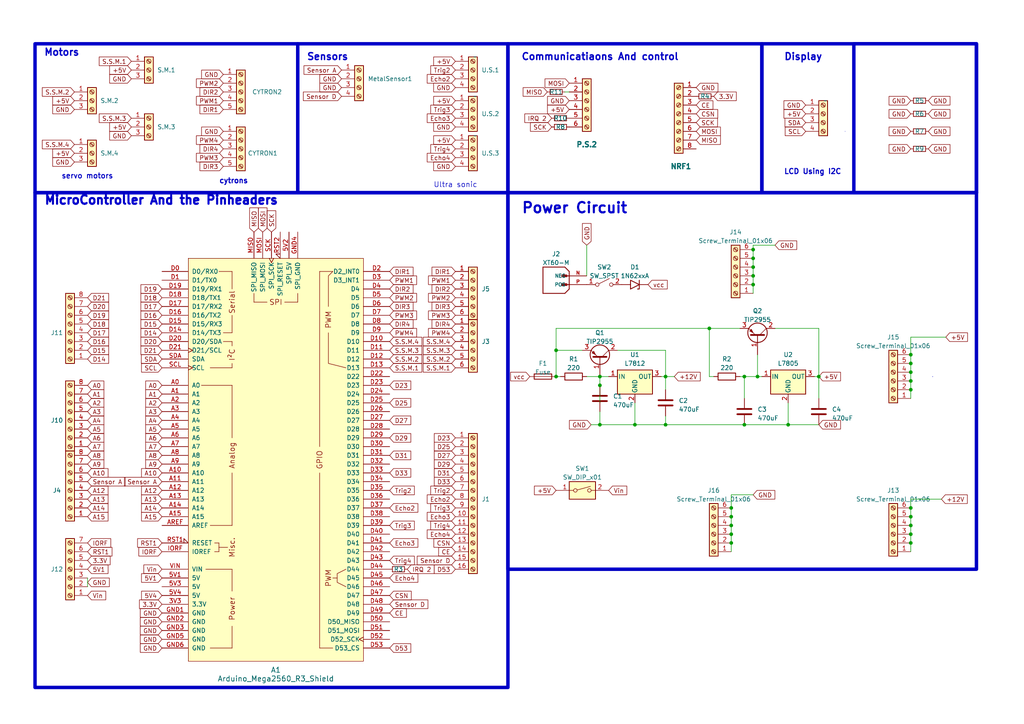
<source format=kicad_sch>
(kicad_sch (version 20230121) (generator eeschema)
  (paper "A4")
  (title_block (title "Master of Mins") (rev " ") (company "SHAWKY"))
  (junction (at 212.09 154.94))
  (junction (at 219.71 109.22))
  (junction (at 264.16 113.03))
  (junction (at 218.44 77.47))
  (junction (at 218.44 82.55))
  (junction (at 173.99 123.19))
  (junction (at 212.09 149.86))
  (junction (at 237.49 109.22))
  (junction (at 228.6 123.19))
  (junction (at 264.16 110.49))
  (junction (at 264.16 154.94))
  (junction (at 264.16 147.32))
  (junction (at 264.16 152.4))
  (junction (at 264.16 105.41))
  (junction (at 218.44 72.39))
  (junction (at 193.04 109.22))
  (junction (at 161.29 109.22))
  (junction (at 205.74 95.25))
  (junction (at 264.16 102.87))
  (junction (at 264.16 157.48))
  (junction (at 218.44 74.93))
  (junction (at 161.29 101.6))
  (junction (at 215.9 109.22))
  (junction (at 218.44 80.01))
  (junction (at 173.99 109.22))
  (junction (at 184.15 123.19))
  (junction (at 212.09 147.32))
  (junction (at 212.09 152.4))
  (junction (at 173.99 111.76))
  (junction (at 215.9 123.19))
  (junction (at 193.04 123.19))
  (junction (at 212.09 157.48))
  (junction (at 264.16 107.95))
  (junction (at 264.16 149.86))
  (wire (pts (xy 173.99 119.38) (xy 173.99 123.19)))
  (wire (pts (xy 219.71 102.87) (xy 219.71 109.22)))
  (wire (pts (xy 219.71 109.22) (xy 220.98 109.22)))
  (wire (pts (xy 184.15 116.84) (xy 184.15 123.19)))
  (wire (pts (xy 173.99 111.76) (xy 173.99 109.22)))
  (wire (pts (xy 193.04 120.65) (xy 193.04 123.19)))
  (wire (pts (xy 212.09 152.4) (xy 212.09 154.94)))
  (wire (pts (xy 236.22 109.22) (xy 237.49 109.22)))
  (wire (pts (xy 212.09 154.94) (xy 212.09 157.48)))
  (wire (pts (xy 264.16 97.79) (xy 264.16 102.87)))
  (wire (pts (xy 171.45 123.19) (xy 173.99 123.19)))
  (wire (pts (xy 264.16 113.03) (xy 264.16 115.57)))
  (wire (pts (xy 264.16 144.78) (xy 273.05 144.78)))
  (wire (pts (xy 264.16 107.95) (xy 264.16 110.49)))
  (wire (pts (xy 212.09 143.51) (xy 212.09 147.32)))
  (wire (pts (xy 224.79 71.12) (xy 218.44 71.12)))
  (wire (pts (xy 179.07 101.6) (xy 193.04 101.6)))
  (wire (pts (xy 264.16 154.94) (xy 264.16 157.48)))
  (wire (pts (xy 264.16 152.4) (xy 264.16 154.94)))
  (wire (pts (xy 173.99 123.19) (xy 184.15 123.19)))
  (wire (pts (xy 173.99 109.22) (xy 176.53 109.22)))
  (wire (pts (xy 193.04 123.19) (xy 215.9 123.19)))
  (wire (pts (xy 264.16 147.32) (xy 264.16 149.86)))
  (wire (pts (xy 214.63 109.22) (xy 215.9 109.22)))
  (wire (pts (xy 264.16 105.41) (xy 264.16 107.95)))
  (wire (pts (xy 195.58 109.22) (xy 193.04 109.22)))
  (wire (pts (xy 205.74 95.25) (xy 214.63 95.25)))
  (wire (pts (xy 193.04 109.22) (xy 193.04 113.03)))
  (wire (pts (xy 264.16 110.49) (xy 264.16 113.03)))
  (wire (pts (xy 184.15 123.19) (xy 193.04 123.19)))
  (wire (pts (xy 224.79 95.25) (xy 237.49 95.25)))
  (wire (pts (xy 163.83 26.67) (xy 165.1 26.67)))
  (wire (pts (xy 205.74 109.22) (xy 207.01 109.22)))
  (wire (pts (xy 218.44 143.51) (xy 212.09 143.51)))
  (wire (pts (xy 170.18 109.22) (xy 173.99 109.22)))
  (wire (pts (xy 215.9 109.22) (xy 219.71 109.22)))
  (wire (pts (xy 212.09 147.32) (xy 212.09 149.86)))
  (wire (pts (xy 161.29 95.25) (xy 161.29 101.6)))
  (wire (pts (xy 161.29 101.6) (xy 168.91 101.6)))
  (wire (pts (xy 212.09 157.48) (xy 212.09 160.02)))
  (wire (pts (xy 228.6 123.19) (xy 237.49 123.19)))
  (wire (pts (xy 173.99 116.84) (xy 173.99 111.76)))
  (wire (pts (xy 161.29 109.22) (xy 161.29 101.6)))
  (wire (pts (xy 191.77 109.22) (xy 193.04 109.22)))
  (wire (pts (xy 218.44 82.55) (xy 218.44 85.09)))
  (wire (pts (xy 237.49 95.25) (xy 237.49 109.22)))
  (wire (pts (xy 193.04 101.6) (xy 193.04 109.22)))
  (wire (pts (xy 161.29 109.22) (xy 162.56 109.22)))
  (wire (pts (xy 215.9 123.19) (xy 228.6 123.19)))
  (wire (pts (xy 264.16 157.48) (xy 264.16 160.02)))
  (wire (pts (xy 218.44 80.01) (xy 218.44 82.55)))
  (wire (pts (xy 237.49 109.22) (xy 237.49 115.57)))
  (wire (pts (xy 218.44 71.12) (xy 218.44 72.39)))
  (wire (pts (xy 212.09 149.86) (xy 212.09 152.4)))
  (wire (pts (xy 218.44 77.47) (xy 218.44 80.01)))
  (wire (pts (xy 218.44 74.93) (xy 218.44 77.47)))
  (wire (pts (xy 264.16 144.78) (xy 264.16 147.32)))
  (wire (pts (xy 228.6 116.84) (xy 228.6 123.19)))
  (wire (pts (xy 25.4 170.18) (xy 25.4 167.64)))
  (wire (pts (xy 264.16 102.87) (xy 264.16 105.41)))
  (wire (pts (xy 264.16 97.79) (xy 274.32 97.79)))
  (wire (pts (xy 218.44 72.39) (xy 218.44 74.93)))
  (wire (pts (xy 170.18 71.12) (xy 170.18 80.01)))
  (wire (pts (xy 264.16 149.86) (xy 264.16 152.4)))
  (wire (pts (xy 205.74 95.25) (xy 161.29 95.25)))
  (wire (pts (xy 215.9 109.22) (xy 215.9 115.57)))
  (wire (pts (xy 205.74 95.25) (xy 205.74 109.22)))
  (rectangle (start 270.51 109.22) (end 270.51 109.22))
  (rectangle (start 247.65 12.7) (end 283.21 55.88) (stroke (width 1)))
  (rectangle (start 10.16 55.88) (end 147.32 199.39) (stroke (width 1)))
  (rectangle (start 147.32 55.88) (end 283.21 165.1) (stroke (width 1)))
  (rectangle (start 86.36 12.7) (end 147.32 55.88) (stroke (width 1)))
  (rectangle (start 220.98 12.7) (end 283.21 55.88) (stroke (width 1)))
  (rectangle (start 245.11 38.1) (end 245.11 38.1))
  (rectangle (start 270.51 109.22) (end 270.51 109.22))
  (rectangle (start 10.16 12.7) (end 86.36 55.88) (stroke (width 1)))
  (rectangle (start 147.32 12.7) (end 220.98 55.88) (stroke (width 1)))
  (text "cytrons\n\n" (at 63.5 55.88 0) (effects (font (size 1.5 1.5) (thickness 0.3) bold) (justify left bottom)))
  (text "MicroController And the Pinheaders\n" (at 12.7 59.69 0) (effects (font (size 2.5 2.5) (thickness 0.6) bold) (justify left bottom)))
  (text "Motors\n" (at 12.7 16.51 0) (effects (font (size 2 2) (thickness 0.4) bold) (justify left bottom)))
  (text "LCD Using I2C\n" (at 227.33 50.8 0) (effects (font (size 1.5 1.5) (thickness 0.3) bold) (justify left bottom)))
  (text "Sensors" (at 88.9 17.78 0) (effects (font (size 2 2) bold) (justify left bottom)))
  (text "Communicatiaons And control" (at 151.13 17.78 0) (effects (font (size 2 2) bold) (justify left bottom)))
  (text "Ultra sonic\n" (at 125.73 54.61 0) (effects (font (size 1.5 1.5)) (justify left bottom)))
  (text "Display" (at 227.33 17.78 0) (effects (font (size 2 2) bold) (justify left bottom)))
  (text "servo motors" (at 17.78 52.07 0) (effects (font (size 1.5 1.5) (thickness 0.254) bold) (justify left bottom)))
  (text "Power Circuit" (at 151.13 62.23 0) (effects (font (size 3 3) bold) (justify left bottom)))
  (global_label "GND" (shape input) (at 25.4 168.91 0) (property "Intersheetrefs" "${INTERSHEET_REFS}" (effects hide)))
  (global_label "DIR4" (shape input) (at 113.03 93.98 0) (property "Intersheetrefs" "${INTERSHEET_REFS}" (effects hide)))
  (global_label "+5V" (shape input) (at 233.68 33.02 180) (property "Intersheetrefs" "${INTERSHEET_REFS}" (effects hide)))
  (global_label "A9" (shape input) (at 46.99 134.62 180) (property "Intersheetrefs" "${INTERSHEET_REFS}" (effects hide)))
  (global_label "GND" (shape input) (at 269.24 29.21 0) (property "Intersheetrefs" "${INTERSHEET_REFS}" (effects hide)))
  (global_label "PWM3" (shape input) (at 132.08 91.44 180) (property "Intersheetrefs" "${INTERSHEET_REFS}" (effects hide)))
  (global_label "DIR2" (shape input) (at 113.03 83.82 0) (property "Intersheetrefs" "${INTERSHEET_REFS}" (effects hide)))
  (global_label "3.3V" (shape input) (at 25.4 162.56 0) (property "Intersheetrefs" "${INTERSHEET_REFS}" (effects hide)))
  (global_label "A4" (shape input) (at 25.4 121.92 0) (property "Intersheetrefs" "${INTERSHEET_REFS}" (effects hide)))
  (global_label "Vin" (shape input) (at 176.53 142.24 0) (property "Intersheetrefs" "${INTERSHEET_REFS}" (effects hide)))
  (global_label "D33" (shape input) (at 132.08 139.7 180) (property "Intersheetrefs" "${INTERSHEET_REFS}" (effects hide)))
  (global_label "GND" (shape input) (at 201.93 25.4 0) (property "Intersheetrefs" "${INTERSHEET_REFS}" (effects hide)))
  (global_label "D53" (shape input) (at 132.08 165.1 180) (property "Intersheetrefs" "${INTERSHEET_REFS}" (effects hide)))
  (global_label "GND" (shape input) (at 264.16 29.21 180) (property "Intersheetrefs" "${INTERSHEET_REFS}" (effects hide)))
  (global_label "Echo3" (shape input) (at 132.08 34.29 180) (property "Intersheetrefs" "${INTERSHEET_REFS}" (effects hide)))
  (global_label "+12V" (shape input) (at 195.58 109.22 0) (property "Intersheetrefs" "${INTERSHEET_REFS}" (effects hide)))
  (global_label "Trig4" (shape input) (at 113.03 162.56 0) (property "Intersheetrefs" "${INTERSHEET_REFS}" (effects hide)))
  (global_label "+5V" (shape input) (at 21.59 29.21 180) (property "Intersheetrefs" "${INTERSHEET_REFS}" (effects hide)))
  (global_label "A15" (shape input) (at 46.99 149.86 180) (property "Intersheetrefs" "${INTERSHEET_REFS}" (effects hide)))
  (global_label "IRQ 2" (shape input) (at 160.02 34.29 180) (property "Intersheetrefs" "${INTERSHEET_REFS}" (effects hide)))
  (global_label "DIR2" (shape input) (at 64.77 26.67 180) (property "Intersheetrefs" "${INTERSHEET_REFS}" (effects hide)))
  (global_label "S.S.M.4" (shape input) (at 21.59 41.91 180) (property "Intersheetrefs" "${INTERSHEET_REFS}" (effects hide)))
  (global_label "Echo3" (shape input) (at 113.03 157.48 0) (property "Intersheetrefs" "${INTERSHEET_REFS}" (effects hide)))
  (global_label "S.S.M.4" (shape input) (at 132.08 99.06 180) (property "Intersheetrefs" "${INTERSHEET_REFS}" (effects hide)))
  (global_label "S.S.M.2" (shape input) (at 113.03 104.14 0) (property "Intersheetrefs" "${INTERSHEET_REFS}" (effects hide)))
  (global_label "A6" (shape input) (at 46.99 127 180) (property "Intersheetrefs" "${INTERSHEET_REFS}" (effects hide)))
  (global_label "PWM1" (shape input) (at 113.03 81.28 0) (property "Intersheetrefs" "${INTERSHEET_REFS}" (effects hide)))
  (global_label "GND" (shape input) (at 170.18 71.12 90) (property "Intersheetrefs" "${INTERSHEET_REFS}" (effects hide)))
  (global_label "GND" (shape input) (at 46.99 177.8 180) (property "Intersheetrefs" "${INTERSHEET_REFS}" (effects hide)))
  (global_label "Echo3" (shape input) (at 132.08 149.86 180) (property "Intersheetrefs" "${INTERSHEET_REFS}" (effects hide)))
  (global_label "CSN" (shape input) (at 132.08 157.48 180) (property "Intersheetrefs" "${INTERSHEET_REFS}" (effects hide)))
  (global_label "GND" (shape input) (at 38.1 39.37 180) (property "Intersheetrefs" "${INTERSHEET_REFS}" (effects hide)))
  (global_label "Sensor A" (shape input) (at 46.99 139.7 180) (property "Intersheetrefs" "${INTERSHEET_REFS}" (effects hide)))
  (global_label "D23" (shape input) (at 113.03 111.76 0) (property "Intersheetrefs" "${INTERSHEET_REFS}" (effects hide)))
  (global_label "S.S.M.2" (shape input) (at 21.59 26.67 180) (property "Intersheetrefs" "${INTERSHEET_REFS}" (effects hide)))
  (global_label "Trig3" (shape input) (at 113.03 152.4 0) (property "Intersheetrefs" "${INTERSHEET_REFS}" (effects hide)))
  (global_label "A1" (shape input) (at 25.4 114.3 0) (property "Intersheetrefs" "${INTERSHEET_REFS}" (effects hide)))
  (global_label "Trig3" (shape input) (at 132.08 31.75 180) (property "Intersheetrefs" "${INTERSHEET_REFS}" (effects hide)))
  (global_label "DIR1" (shape input) (at 132.08 78.74 180) (property "Intersheetrefs" "${INTERSHEET_REFS}" (effects hide)))
  (global_label "D14" (shape input) (at 46.99 96.52 180) (property "Intersheetrefs" "${INTERSHEET_REFS}" (effects hide)))
  (global_label "MOSI" (shape input) (at 76.2 67.31 90) (property "Intersheetrefs" "${INTERSHEET_REFS}" (effects hide)))
  (global_label "Echo4" (shape input) (at 132.08 45.72 180) (property "Intersheetrefs" "${INTERSHEET_REFS}" (effects hide)))
  (global_label "GND" (shape input) (at 224.79 71.12 0) (property "Intersheetrefs" "${INTERSHEET_REFS}" (effects hide)))
  (global_label "Echo2" (shape input) (at 113.03 147.32 0) (property "Intersheetrefs" "${INTERSHEET_REFS}" (effects hide)))
  (global_label "GND" (shape input) (at 171.45 123.19 180) (property "Intersheetrefs" "${INTERSHEET_REFS}" (effects hide)))
  (global_label "GND" (shape input) (at 237.49 123.19 0) (property "Intersheetrefs" "${INTERSHEET_REFS}" (effects hide)))
  (global_label "PWM2" (shape input) (at 64.77 24.13 180) (property "Intersheetrefs" "${INTERSHEET_REFS}" (effects hide)))
  (global_label "CE" (shape input) (at 132.08 160.02 180) (property "Intersheetrefs" "${INTERSHEET_REFS}" (effects hide)))
  (global_label "D16" (shape input) (at 25.4 99.06 0) (property "Intersheetrefs" "${INTERSHEET_REFS}" (effects hide)))
  (global_label "GND" (shape input) (at 218.44 143.51 0) (property "Intersheetrefs" "${INTERSHEET_REFS}" (effects hide)))
  (global_label "D29" (shape input) (at 132.08 134.62 180) (property "Intersheetrefs" "${INTERSHEET_REFS}" (effects hide)))
  (global_label "GND" (shape input) (at 46.99 185.42 180) (property "Intersheetrefs" "${INTERSHEET_REFS}" (effects hide)))
  (global_label "A0" (shape input) (at 25.4 111.76 0) (property "Intersheetrefs" "${INTERSHEET_REFS}" (effects hide)))
  (global_label "D14" (shape input) (at 25.4 104.14 0) (property "Intersheetrefs" "${INTERSHEET_REFS}" (effects hide)))
  (global_label "vcc" (shape input) (at 153.67 109.22 180) (property "Intersheetrefs" "${INTERSHEET_REFS}" (effects hide)))
  (global_label "A12" (shape input) (at 25.4 142.24 0) (property "Intersheetrefs" "${INTERSHEET_REFS}" (effects hide)))
  (global_label "GND" (shape input) (at 46.99 180.34 180) (property "Intersheetrefs" "${INTERSHEET_REFS}" (effects hide)))
  (global_label "SCK" (shape input) (at 78.74 67.31 90) (property "Intersheetrefs" "${INTERSHEET_REFS}" (effects hide)))
  (global_label "CE" (shape input) (at 113.03 177.8 0) (property "Intersheetrefs" "${INTERSHEET_REFS}" (effects hide)))
  (global_label "PWM2" (shape input) (at 113.03 86.36 0) (property "Intersheetrefs" "${INTERSHEET_REFS}" (effects hide)))
  (global_label "PWM1" (shape input) (at 132.08 81.28 180) (property "Intersheetrefs" "${INTERSHEET_REFS}" (effects hide)))
  (global_label "Echo4" (shape input) (at 132.08 154.94 180) (property "Intersheetrefs" "${INTERSHEET_REFS}" (effects hide)))
  (global_label "MISO" (shape input) (at 158.75 26.67 180) (property "Intersheetrefs" "${INTERSHEET_REFS}" (effects hide)))
  (global_label "CSN" (shape input) (at 113.03 172.72 0) (property "Intersheetrefs" "${INTERSHEET_REFS}" (effects hide)))
  (global_label "GND" (shape input) (at 99.06 22.86 180) (property "Intersheetrefs" "${INTERSHEET_REFS}" (effects hide)))
  (global_label "MOSI" (shape input) (at 201.93 38.1 0) (property "Intersheetrefs" "${INTERSHEET_REFS}" (effects hide)))
  (global_label "A8" (shape input) (at 25.4 132.08 0) (property "Intersheetrefs" "${INTERSHEET_REFS}" (effects hide)))
  (global_label "D19" (shape input) (at 25.4 91.44 0) (property "Intersheetrefs" "${INTERSHEET_REFS}" (effects hide)))
  (global_label "D18" (shape input) (at 25.4 93.98 0) (property "Intersheetrefs" "${INTERSHEET_REFS}" (effects hide)))
  (global_label "DIR1" (shape input) (at 113.03 78.74 0) (property "Intersheetrefs" "${INTERSHEET_REFS}" (effects hide)))
  (global_label "GND" (shape input) (at 46.99 182.88 180) (property "Intersheetrefs" "${INTERSHEET_REFS}" (effects hide)))
  (global_label "A5" (shape input) (at 25.4 124.46 0) (property "Intersheetrefs" "${INTERSHEET_REFS}" (effects hide)))
  (global_label "Echo2" (shape input) (at 132.08 22.86 180) (property "Intersheetrefs" "${INTERSHEET_REFS}" (effects hide)))
  (global_label "Echo4" (shape input) (at 113.03 167.64 0) (property "Intersheetrefs" "${INTERSHEET_REFS}" (effects hide)))
  (global_label "PWM3" (shape input) (at 64.77 45.72 180) (property "Intersheetrefs" "${INTERSHEET_REFS}" (effects hide)))
  (global_label "IORF" (shape input) (at 46.99 160.02 180) (property "Intersheetrefs" "${INTERSHEET_REFS}" (effects hide)))
  (global_label "PWM4" (shape input) (at 64.77 40.64 180) (property "Intersheetrefs" "${INTERSHEET_REFS}" (effects hide)))
  (global_label "D53" (shape input) (at 113.03 187.96 0) (property "Intersheetrefs" "${INTERSHEET_REFS}" (effects hide)))
  (global_label "D20" (shape input) (at 25.4 88.9 0) (property "Intersheetrefs" "${INTERSHEET_REFS}" (effects hide)))
  (global_label "SDA" (shape input) (at 233.68 35.56 180) (property "Intersheetrefs" "${INTERSHEET_REFS}" (effects hide)))
  (global_label "S.S.M.1" (shape input) (at 113.03 106.68 0) (property "Intersheetrefs" "${INTERSHEET_REFS}" (effects hide)))
  (global_label "A13" (shape input) (at 46.99 144.78 180) (property "Intersheetrefs" "${INTERSHEET_REFS}" (effects hide)))
  (global_label "A3" (shape input) (at 46.99 119.38 180) (property "Intersheetrefs" "${INTERSHEET_REFS}" (effects hide)))
  (global_label "PWM1" (shape input) (at 64.77 29.21 180) (property "Intersheetrefs" "${INTERSHEET_REFS}" (effects hide)))
  (global_label "GND" (shape input) (at 46.99 187.96 180) (property "Intersheetrefs" "${INTERSHEET_REFS}" (effects hide)))
  (global_label "D15" (shape input) (at 46.99 93.98 180) (property "Intersheetrefs" "${INTERSHEET_REFS}" (effects hide)))
  (global_label "vcc" (shape input) (at 187.96 82.55 0) (property "Intersheetrefs" "${INTERSHEET_REFS}" (effects hide)))
  (global_label "GND" (shape input) (at 21.59 31.75 180) (property "Intersheetrefs" "${INTERSHEET_REFS}" (effects hide)))
  (global_label "DIR3" (shape input) (at 132.08 88.9 180) (property "Intersheetrefs" "${INTERSHEET_REFS}" (effects hide)))
  (global_label "A10" (shape input) (at 46.99 137.16 180) (property "Intersheetrefs" "${INTERSHEET_REFS}" (effects hide)))
  (global_label "A6" (shape input) (at 25.4 127 0) (property "Intersheetrefs" "${INTERSHEET_REFS}" (effects hide)))
  (global_label "SCL" (shape input) (at 46.99 106.68 180) (property "Intersheetrefs" "${INTERSHEET_REFS}" (effects hide)))
  (global_label "+5V" (shape input) (at 165.1 31.75 180) (property "Intersheetrefs" "${INTERSHEET_REFS}" (effects hide)))
  (global_label "+5V" (shape input) (at 21.59 44.45 180) (property "Intersheetrefs" "${INTERSHEET_REFS}" (effects hide)))
  (global_label "+5V" (shape input) (at 161.29 142.24 180) (property "Intersheetrefs" "${INTERSHEET_REFS}" (effects hide)))
  (global_label "GND" (shape input) (at 132.08 48.26 180) (property "Intersheetrefs" "${INTERSHEET_REFS}" (effects hide)))
  (global_label "3.3V" (shape input) (at 207.01 27.94 0) (property "Intersheetrefs" "${INTERSHEET_REFS}" (effects hide)))
  (global_label "RST1" (shape input) (at 46.99 157.48 180) (property "Intersheetrefs" "${INTERSHEET_REFS}" (effects hide)))
  (global_label "GND" (shape input) (at 132.08 25.4 180) (property "Intersheetrefs" "${INTERSHEET_REFS}" (effects hide)))
  (global_label "Sensor A" (shape input) (at 99.06 20.32 180) (property "Intersheetrefs" "${INTERSHEET_REFS}" (effects hide)))
  (global_label "A14" (shape input) (at 46.99 147.32 180) (property "Intersheetrefs" "${INTERSHEET_REFS}" (effects hide)))
  (global_label "GND" (shape input) (at 233.68 30.48 180) (property "Intersheetrefs" "${INTERSHEET_REFS}" (effects hide)))
  (global_label "MISO" (shape input) (at 73.66 67.31 90) (property "Intersheetrefs" "${INTERSHEET_REFS}" (effects hide)))
  (global_label "D17" (shape input) (at 25.4 96.52 0) (property "Intersheetrefs" "${INTERSHEET_REFS}" (effects hide)))
  (global_label "GND" (shape input) (at 269.24 43.18 0) (property "Intersheetrefs" "${INTERSHEET_REFS}" (effects hide)))
  (global_label "GND" (shape input) (at 264.16 38.1 180) (property "Intersheetrefs" "${INTERSHEET_REFS}" (effects hide)))
  (global_label "D27" (shape input) (at 113.03 121.92 0) (property "Intersheetrefs" "${INTERSHEET_REFS}" (effects hide)))
  (global_label "A7" (shape input) (at 46.99 129.54 180) (property "Intersheetrefs" "${INTERSHEET_REFS}" (effects hide)))
  (global_label "S.S.M.1" (shape input) (at 132.08 106.68 180) (property "Intersheetrefs" "${INTERSHEET_REFS}" (effects hide)))
  (global_label "DIR2" (shape input) (at 132.08 83.82 180) (property "Intersheetrefs" "${INTERSHEET_REFS}" (effects hide)))
  (global_label "Sensor A" (shape input) (at 25.4 139.7 0) (property "Intersheetrefs" "${INTERSHEET_REFS}" (effects hide)))
  (global_label "DIR3" (shape input) (at 113.03 88.9 0) (property "Intersheetrefs" "${INTERSHEET_REFS}" (effects hide)))
  (global_label "GND" (shape input) (at 64.77 21.59 180) (property "Intersheetrefs" "${INTERSHEET_REFS}" (effects hide)))
  (global_label "Trig4" (shape input) (at 132.08 152.4 180) (property "Intersheetrefs" "${INTERSHEET_REFS}" (effects hide)))
  (global_label "S.S.M.4" (shape input) (at 113.03 99.06 0) (property "Intersheetrefs" "${INTERSHEET_REFS}" (effects hide)))
  (global_label "SCL" (shape input) (at 233.68 38.1 180) (property "Intersheetrefs" "${INTERSHEET_REFS}" (effects hide)))
  (global_label "A0" (shape input) (at 46.99 111.76 180) (property "Intersheetrefs" "${INTERSHEET_REFS}" (effects hide)))
  (global_label "Sensor D" (shape input) (at 113.03 175.26 0) (property "Intersheetrefs" "${INTERSHEET_REFS}" (effects hide)))
  (global_label "5V1" (shape input) (at 25.4 165.1 0) (property "Intersheetrefs" "${INTERSHEET_REFS}" (effects hide)))
  (global_label "5V4" (shape input) (at 46.99 172.72 180) (property "Intersheetrefs" "${INTERSHEET_REFS}" (effects hide)))
  (global_label "+5V" (shape input) (at 237.49 109.22 0) (property "Intersheetrefs" "${INTERSHEET_REFS}" (effects hide)))
  (global_label "D29" (shape input) (at 113.03 127 0) (property "Intersheetrefs" "${INTERSHEET_REFS}" (effects hide)))
  (global_label "IORF" (shape input) (at 25.4 157.48 0) (property "Intersheetrefs" "${INTERSHEET_REFS}" (effects hide)))
  (global_label "D18" (shape input) (at 46.99 86.36 180) (property "Intersheetrefs" "${INTERSHEET_REFS}" (effects hide)))
  (global_label "A1" (shape input) (at 46.99 114.3 180) (property "Intersheetrefs" "${INTERSHEET_REFS}" (effects hide)))
  (global_label "CE" (shape input) (at 201.93 30.48 0) (property "Intersheetrefs" "${INTERSHEET_REFS}" (effects hide)))
  (global_label "D16" (shape input) (at 46.99 91.44 180) (property "Intersheetrefs" "${INTERSHEET_REFS}" (effects hide)))
  (global_label "A12" (shape input) (at 46.99 142.24 180) (property "Intersheetrefs" "${INTERSHEET_REFS}" (effects hide)))
  (global_label "GND" (shape input) (at 99.06 25.4 180) (property "Intersheetrefs" "${INTERSHEET_REFS}" (effects hide)))
  (global_label "A13" (shape input) (at 25.4 144.78 0) (property "Intersheetrefs" "${INTERSHEET_REFS}" (effects hide)))
  (global_label "DIR3" (shape input) (at 64.77 48.26 180) (property "Intersheetrefs" "${INTERSHEET_REFS}" (effects hide)))
  (global_label "A7" (shape input) (at 25.4 129.54 0) (property "Intersheetrefs" "${INTERSHEET_REFS}" (effects hide)))
  (global_label "Sensor D" (shape input) (at 132.08 162.56 180) (property "Intersheetrefs" "${INTERSHEET_REFS}" (effects hide)))
  (global_label "PWM2" (shape input) (at 132.08 86.36 180) (property "Intersheetrefs" "${INTERSHEET_REFS}" (effects hide)))
  (global_label "Vin" (shape input) (at 46.99 165.1 180) (property "Intersheetrefs" "${INTERSHEET_REFS}" (effects hide)))
  (global_label "SCK" (shape input) (at 160.02 36.83 180) (property "Intersheetrefs" "${INTERSHEET_REFS}" (effects hide)))
  (global_label "A8" (shape input) (at 46.99 132.08 180) (property "Intersheetrefs" "${INTERSHEET_REFS}" (effects hide)))
  (global_label "A15" (shape input) (at 25.4 149.86 0) (property "Intersheetrefs" "${INTERSHEET_REFS}" (effects hide)))
  (global_label "GND" (shape input) (at 264.16 33.02 180) (property "Intersheetrefs" "${INTERSHEET_REFS}" (effects hide)))
  (global_label "A2" (shape input) (at 46.99 116.84 180) (property "Intersheetrefs" "${INTERSHEET_REFS}" (effects hide)))
  (global_label "GND" (shape input) (at 269.24 38.1 0) (property "Intersheetrefs" "${INTERSHEET_REFS}" (effects hide)))
  (global_label "RST1" (shape input) (at 25.4 160.02 0) (property "Intersheetrefs" "${INTERSHEET_REFS}" (effects hide)))
  (global_label "S.S.M.1" (shape input) (at 38.1 17.78 180) (property "Intersheetrefs" "${INTERSHEET_REFS}" (effects hide)))
  (global_label "D31" (shape input) (at 132.08 137.16 180) (property "Intersheetrefs" "${INTERSHEET_REFS}" (effects hide)))
  (global_label "GND" (shape input) (at 165.1 29.21 180) (property "Intersheetrefs" "${INTERSHEET_REFS}" (effects hide)))
  (global_label "Trig2" (shape input) (at 132.08 142.24 180) (property "Intersheetrefs" "${INTERSHEET_REFS}" (effects hide)))
  (global_label "A9" (shape input) (at 25.4 134.62 0) (property "Intersheetrefs" "${INTERSHEET_REFS}" (effects hide)))
  (global_label "SDA" (shape input) (at 46.99 104.14 180) (property "Intersheetrefs" "${INTERSHEET_REFS}" (effects hide)))
  (global_label "DIR4" (shape input) (at 64.77 43.18 180) (property "Intersheetrefs" "${INTERSHEET_REFS}" (effects hide)))
  (global_label "D17" (shape input) (at 46.99 88.9 180) (property "Intersheetrefs" "${INTERSHEET_REFS}" (effects hide)))
  (global_label "D19" (shape input) (at 46.99 83.82 180) (property "Intersheetrefs" "${INTERSHEET_REFS}" (effects hide)))
  (global_label "A3" (shape input) (at 25.4 119.38 0) (property "Intersheetrefs" "${INTERSHEET_REFS}" (effects hide)))
  (global_label "D23" (shape input) (at 132.08 127 180) (property "Intersheetrefs" "${INTERSHEET_REFS}" (effects hide)))
  (global_label "Echo2" (shape input) (at 132.08 144.78 180) (property "Intersheetrefs" "${INTERSHEET_REFS}" (effects hide)))
  (global_label "GND" (shape input) (at 64.77 38.1 180) (property "Intersheetrefs" "${INTERSHEET_REFS}" (effects hide)))
  (global_label "3.3V" (shape input) (at 46.99 175.26 180) (property "Intersheetrefs" "${INTERSHEET_REFS}" (effects hide)))
  (global_label "+5V" (shape input) (at 274.32 97.79 0) (property "Intersheetrefs" "${INTERSHEET_REFS}" (effects hide)))
  (global_label "A10" (shape input) (at 25.4 137.16 0) (property "Intersheetrefs" "${INTERSHEET_REFS}" (effects hide)))
  (global_label "GND" (shape input) (at 132.08 36.83 180) (property "Intersheetrefs" "${INTERSHEET_REFS}" (effects hide)))
  (global_label "GND" (shape input) (at 269.24 33.02 0) (property "Intersheetrefs" "${INTERSHEET_REFS}" (effects hide)))
  (global_label "5V1" (shape input) (at 46.99 167.64 180) (property "Intersheetrefs" "${INTERSHEET_REFS}" (effects hide)))
  (global_label "D21" (shape input) (at 46.99 101.6 180) (property "Intersheetrefs" "${INTERSHEET_REFS}" (effects hide)))
  (global_label "Sensor D" (shape input) (at 99.06 27.94 180) (property "Intersheetrefs" "${INTERSHEET_REFS}" (effects hide)))
  (global_label "D31" (shape input) (at 113.03 132.08 0) (property "Intersheetrefs" "${INTERSHEET_REFS}" (effects hide)))
  (global_label "GND" (shape input) (at 264.16 43.18 180) (property "Intersheetrefs" "${INTERSHEET_REFS}" (effects hide)))
  (global_label "CSN" (shape input) (at 201.93 33.02 0) (property "Intersheetrefs" "${INTERSHEET_REFS}" (effects hide)))
  (global_label "+5V" (shape input) (at 38.1 36.83 180) (property "Intersheetrefs" "${INTERSHEET_REFS}" (effects hide)))
  (global_label "S.S.M.2" (shape input) (at 132.08 104.14 180) (property "Intersheetrefs" "${INTERSHEET_REFS}" (effects hide)))
  (global_label "S.S.M.3" (shape input) (at 132.08 101.6 180) (property "Intersheetrefs" "${INTERSHEET_REFS}" (effects hide)))
  (global_label "MISO" (shape input) (at 201.93 40.64 0) (property "Intersheetrefs" "${INTERSHEET_REFS}" (effects hide)))
  (global_label "A2" (shape input) (at 25.4 116.84 0) (property "Intersheetrefs" "${INTERSHEET_REFS}" (effects hide)))
  (global_label "PWM4" (shape input) (at 132.08 96.52 180) (property "Intersheetrefs" "${INTERSHEET_REFS}" (effects hide)))
  (global_label "D27" (shape input) (at 132.08 132.08 180) (property "Intersheetrefs" "${INTERSHEET_REFS}" (effects hide)))
  (global_label "D25" (shape input) (at 113.03 116.84 0) (property "Intersheetrefs" "${INTERSHEET_REFS}" (effects hide)))
  (global_label "+5V" (shape input) (at 132.08 29.21 180) (property "Intersheetrefs" "${INTERSHEET_REFS}" (effects hide)))
  (global_label "A14" (shape input) (at 25.4 147.32 0) (property "Intersheetrefs" "${INTERSHEET_REFS}" (effects hide)))
  (global_label "Trig3" (shape input) (at 132.08 147.32 180) (property "Intersheetrefs" "${INTERSHEET_REFS}" (effects hide)))
  (global_label "Trig2" (shape input) (at 113.03 142.24 0) (property "Intersheetrefs" "${INTERSHEET_REFS}" (effects hide)))
  (global_label "IRQ 2" (shape input) (at 118.11 165.1 0) (property "Intersheetrefs" "${INTERSHEET_REFS}" (effects hide)))
  (global_label "GND" (shape input) (at 21.59 46.99 180) (property "Intersheetrefs" "${INTERSHEET_REFS}" (effects hide)))
  (global_label "+5V" (shape input) (at 132.08 40.64 180) (property "Intersheetrefs" "${INTERSHEET_REFS}" (effects hide)))
  (global_label "Vin" (shape input) (at 25.4 172.72 0) (property "Intersheetrefs" "${INTERSHEET_REFS}" (effects hide)))
  (global_label "A4" (shape input) (at 46.99 121.92 180) (property "Intersheetrefs" "${INTERSHEET_REFS}" (effects hide)))
  (global_label "D20" (shape input) (at 46.99 99.06 180) (property "Intersheetrefs" "${INTERSHEET_REFS}" (effects hide)))
  (global_label "+5V" (shape input) (at 132.08 17.78 180) (property "Intersheetrefs" "${INTERSHEET_REFS}" (effects hide)))
  (global_label "SCK" (shape input) (at 201.93 35.56 0) (property "Intersheetrefs" "${INTERSHEET_REFS}" (effects hide)))
  (global_label "Trig4" (shape input) (at 132.08 43.18 180) (property "Intersheetrefs" "${INTERSHEET_REFS}" (effects hide)))
  (global_label "DIR4" (shape input) (at 132.08 93.98 180) (property "Intersheetrefs" "${INTERSHEET_REFS}" (effects hide)))
  (global_label "D33" (shape input) (at 113.03 137.16 0) (property "Intersheetrefs" "${INTERSHEET_REFS}" (effects hide)))
  (global_label "+5V" (shape input) (at 38.1 20.32 180) (property "Intersheetrefs" "${INTERSHEET_REFS}" (effects hide)))
  (global_label "PWM3" (shape input) (at 113.03 91.44 0) (property "Intersheetrefs" "${INTERSHEET_REFS}" (effects hide)))
  (global_label "A5" (shape input) (at 46.99 124.46 180) (property "Intersheetrefs" "${INTERSHEET_REFS}" (effects hide)))
  (global_label "Trig2" (shape input) (at 132.08 20.32 180) (property "Intersheetrefs" "${INTERSHEET_REFS}" (effects hide)))
  (global_label "D25" (shape input) (at 132.08 129.54 180) (property "Intersheetrefs" "${INTERSHEET_REFS}" (effects hide)))
  (global_label "D21" (shape input) (at 25.4 86.36 0) (property "Intersheetrefs" "${INTERSHEET_REFS}" (effects hide)))
  (global_label "S.S.M.3" (shape input) (at 38.1 34.29 180) (property "Intersheetrefs" "${INTERSHEET_REFS}" (effects hide)))
  (global_label "PWM4" (shape input) (at 113.03 96.52 0) (property "Intersheetrefs" "${INTERSHEET_REFS}" (effects hide)))
  (global_label "MOSI" (shape input) (at 165.1 24.13 180) (property "Intersheetrefs" "${INTERSHEET_REFS}" (effects hide)))
  (global_label "D15" (shape input) (at 25.4 101.6 0) (property "Intersheetrefs" "${INTERSHEET_REFS}" (effects hide)))
  (global_label "S.S.M.3" (shape input) (at 113.03 101.6 0) (property "Intersheetrefs" "${INTERSHEET_REFS}" (effects hide)))
  (global_label "DIR1" (shape input) (at 64.77 31.75 180) (property "Intersheetrefs" "${INTERSHEET_REFS}" (effects hide)))
  (global_label "+12V" (shape input) (at 273.05 144.78 0) (property "Intersheetrefs" "${INTERSHEET_REFS}" (effects hide)))
  (global_label "GND" (shape input) (at 38.1 22.86 180) (property "Intersheetrefs" "${INTERSHEET_REFS}" (effects hide)))
  (symbol (lib_id "PCM_arduino-library:Arduino_Mega2560_R3_Shield") (at 80.01 133.35 0) (unit 1)
    (property "Reference" "A1" (at 80.01 194.31 0) (effects (font (size 1.524 1.524))))
    (property "Value" "Arduino_Mega2560_R3_Shield" (at 80.01 196.85 0) (effects (font (size 1.524 1.524))))
    (property "Footprint" "PCM_arduino-library:Arduino_Mega2560_R3_Shield" (effects hide))
    (property "Datasheet" "https://docs.arduino.cc/hardware/mega-2560" (effects hide))
  )
  (symbol (lib_id "Connector:Screw_Terminal_01x04") (at 238.76 33.02 0) (unit 1)
    (property "Reference" "LCD16*2.I2C1" (effects hide))
    (property "Value" "~" (at 239.395 29.21 0))
    (property "Footprint" "Connector_PinHeader_2.54mm:PinHeader_1x04_P2.54mm_Vertical" (effects hide))
  )
  (symbol (lib_id "Connector:Screw_Terminal_01x06") (at 259.08 154.94 180) (unit 1)
    (property "Reference" "J13" (at 259.08 142.24 0))
    (property "Value" "Screw_Terminal_01x06" (at 259.08 144.78 0))
    (property "Footprint" "TerminalBlock_Altech:Altech_AK300_1x06_P5.00mm_45-Degree" (effects hide))
  )
  (symbol (lib_id "Diode:1N62xxA") (at 184.15 82.55 180) (unit 1)
    (property "Reference" "D1" (at 184.15 77.47 0))
    (property "Value" "1N62xxA" (at 184.15 80.01 0))
    (property "Footprint" "Diode_THT:D_DO-201AE_P15.24mm_Horizontal" (effects hide))
    (property "Datasheet" "https://www.vishay.com/docs/88301/15ke.pdf" (effects hide))
  )
  (symbol (lib_id "Transistor_BJT:TIP2955") (at 173.99 104.14 270) (mirror x) (unit 1)
    (property "Reference" "Q1" (at 173.99 96.52 90))
    (property "Value" "TIP2955" (at 173.99 99.06 90))
    (property "Footprint" "Package_TO_SOT_THT:TO-220-3_Vertical" (effects hide))
    (property "Datasheet" "http://www.onsemi.com/pub_link/Collateral/TIP3055-D.PDF" (effects hide))
  )
  (symbol (lib_id "Device:C") (at 215.9 119.38 0) (unit 1)
    (property "Reference" "C3" (at 219.71 118.745 0) (effects (justify left)))
    (property "Value" "470uF" (at 219.71 121.285 0) (effects (justify left)))
    (property "Footprint" "Capacitor_THT:CP_Radial_D8.0mm_P2.50mm" (effects hide))
  )
  (symbol (lib_id "Device:R") (at 166.37 109.22 90) (unit 1)
    (property "Reference" "R1" (at 166.37 104.14 90))
    (property "Value" "220" (at 166.37 106.68 90))
    (property "Footprint" "Resistor_THT:R_Axial_DIN0411_L9.9mm_D3.6mm_P15.24mm_Horizontal" (effects hide))
  )
  (symbol (lib_id "Device:R_Small") (at 266.7 38.1 90) (unit 1)
    (property "Reference" "R7" (at 266.7 38.1 90))
    (property "Value" "R_Small" (effects hide))
    (property "Footprint" "Resistor_THT:R_Axial_DIN0411_L9.9mm_D3.6mm_P15.24mm_Horizontal" (effects hide))
  )
  (symbol (lib_id "Regulator_Linear:L7812") (at 184.15 109.22 0) (unit 1)
    (property "Reference" "U1" (at 184.15 102.87 0))
    (property "Value" "L7812" (at 184.15 105.41 0))
    (property "Footprint" "Package_TO_SOT_THT:TO-220-3_Vertical" (effects hide))
    (property "Datasheet" "http://www.st.com/content/ccc/resource/technical/document/datasheet/41/4f/b3/b0/12/d4/47/88/CD00000444.pdf/files/CD00000444.pdf/jcr:content/translations/en.CD00000444.pdf" (effects hide))
  )
  (symbol (lib_id "Connector:Screw_Terminal_01x04") (at 137.16 20.32 0) (unit 1)
    (property "Reference" "U.S.1" (at 142.24 20.32 0))
    (property "Value" "~" (at 137.795 16.51 0))
    (property "Footprint" "Connector_PinHeader_2.54mm:PinHeader_1x04_P2.54mm_Vertical" (effects hide))
  )
  (symbol (lib_id "Device:R") (at 210.82 109.22 90) (unit 1)
    (property "Reference" "R2" (at 210.82 104.14 90))
    (property "Value" "220" (at 210.82 106.68 90))
    (property "Footprint" "Resistor_THT:R_Axial_DIN0411_L9.9mm_D3.6mm_P15.24mm_Horizontal" (effects hide))
  )
  (symbol (lib_id "Device:R_Small") (at 266.7 33.02 90) (unit 1)
    (property "Reference" "R6" (at 266.7 33.02 90))
    (property "Value" "R_Small" (effects hide))
    (property "Footprint" "Resistor_THT:R_Axial_DIN0411_L9.9mm_D3.6mm_P15.24mm_Horizontal" (effects hide))
  )
  (symbol (lib_id "Connector:Screw_Terminal_01x04") (at 104.14 22.86 0) (unit 1)
    (property "Reference" "MetalSensor1" (at 106.68 22.86 0) (effects (justify left)))
    (property "Value" "Conn_01x03_Socket" (effects hide))
    (property "Footprint" "Connector_PinHeader_2.54mm:PinHeader_1x04_P2.54mm_Vertical" (effects hide))
  )
  (symbol (lib_id "Connector:Screw_Terminal_01x06") (at 137.16 99.06 0) (unit 1)
    (property "Reference" "J3" (at 139.7 99.06 0) (effects (justify left)))
    (property "Value" "Conn_01x06_Socket" (effects hide))
    (property "Footprint" "Connector_PinHeader_2.54mm:PinHeader_1x06_P2.54mm_Vertical" (effects hide))
  )
  (symbol (lib_id "Connector:Screw_Terminal_01x04") (at 137.16 43.18 0) (unit 1)
    (property "Reference" "U.S.3" (at 142.24 44.45 0))
    (property "Value" "~" (at 137.795 39.37 0))
    (property "Footprint" "Connector_PinHeader_2.54mm:PinHeader_1x04_P2.54mm_Vertical" (effects hide))
  )
  (symbol (lib_id "Device:R_Small") (at 204.47 27.94 270) (mirror x) (unit 1)
    (property "Reference" "R4" (at 204.47 27.94 90))
    (property "Value" "R_Small" (effects hide))
    (property "Footprint" "Resistor_THT:R_Axial_DIN0207_L6.3mm_D2.5mm_P10.16mm_Horizontal" (effects hide))
  )
  (symbol (lib_id "Device:R_Small") (at 161.29 26.67 270) (unit 1)
    (property "Reference" "R11" (at 161.29 26.67 90))
    (property "Value" "R_Small" (effects hide))
    (property "Footprint" "Resistor_THT:R_Axial_DIN0207_L6.3mm_D2.5mm_P10.16mm_Horizontal" (effects hide))
  )
  (symbol (lib_id "Regulator_Linear:L7805") (at 228.6 109.22 0) (unit 1)
    (property "Reference" "U2" (at 228.6 102.87 0))
    (property "Value" "L7805" (at 228.6 105.41 0))
    (property "Footprint" "Package_TO_SOT_THT:TO-220-3_Vertical" (effects hide))
    (property "Datasheet" "http://www.st.com/content/ccc/resource/technical/document/datasheet/41/4f/b3/b0/12/d4/47/88/CD00000444.pdf/files/CD00000444.pdf/jcr:content/translations/en.CD00000444.pdf" (effects hide))
  )
  (symbol (lib_id "Connector:Screw_Terminal_01x03") (at 43.18 20.32 0) (unit 1)
    (property "Reference" "S.M.1" (at 48.26 20.32 0))
    (property "Value" "Conn_01x03_Pin" (effects hide))
    (property "Footprint" "Connector_PinHeader_2.54mm:PinHeader_1x03_P2.54mm_Vertical" (effects hide))
  )
  (symbol (lib_id "Transistor_BJT:TIP2955") (at 219.71 97.79 270) (mirror x) (unit 1)
    (property "Reference" "Q2" (at 219.71 90.17 90))
    (property "Value" "TIP2955" (at 219.71 92.71 90))
    (property "Footprint" "Package_TO_SOT_THT:TO-220-3_Vertical" (effects hide))
    (property "Datasheet" "http://www.onsemi.com/pub_link/Collateral/TIP3055-D.PDF" (effects hide))
  )
  (symbol (lib_id "Device:R_Small") (at 266.7 29.21 90) (unit 1)
    (property "Reference" "R5" (at 266.7 29.21 90))
    (property "Value" "R_Small" (effects hide))
    (property "Footprint" "Resistor_THT:R_Axial_DIN0411_L9.9mm_D3.6mm_P15.24mm_Horizontal" (effects hide))
  )
  (symbol (lib_id "Connector:Screw_Terminal_01x06") (at 207.01 154.94 180) (unit 1)
    (property "Reference" "J16" (at 207.01 142.24 0))
    (property "Value" "Screw_Terminal_01x06" (at 207.01 144.78 0))
    (property "Footprint" "TerminalBlock_Altech:Altech_AK300_1x06_P5.00mm_45-Degree" (effects hide))
  )
  (symbol (lib_id "Device:R_Small") (at 266.7 43.18 90) (unit 1)
    (property "Reference" "R9" (at 266.7 43.18 90))
    (property "Value" "R_Small" (effects hide))
    (property "Footprint" "Resistor_THT:R_Axial_DIN0207_L6.3mm_D2.5mm_P10.16mm_Horizontal" (effects hide))
  )
  (symbol (lib_id "Connector:Screw_Terminal_01x16") (at 137.16 144.78 0) (unit 1)
    (property "Reference" "J1" (at 139.7 144.78 0) (effects (justify left)))
    (property "Value" "Conn_01x16_Socket" (effects hide))
    (property "Footprint" "Connector_PinHeader_2.54mm:PinHeader_1x16_P2.54mm_Vertical" (effects hide))
  )
  (symbol (lib_id "Switch:SW_SPST") (at 175.26 82.55 0) (unit 1)
    (property "Reference" "SW2" (at 175.26 77.47 0))
    (property "Value" "SW_SPST" (at 175.26 80.01 0))
    (property "Footprint" "Button_Switch_THT:SW_DIP_SPSTx01_Slide_6.7x4.1mm_W7.62mm_P2.54mm_LowProfile" (effects hide))
  )
  (symbol (lib_id "Connector:Screw_Terminal_01x03") (at 43.18 36.83 0) (unit 1)
    (property "Reference" "S.M.3" (at 48.26 36.83 0))
    (property "Value" "Conn_01x03_Pin" (effects hide))
    (property "Footprint" "Connector_PinHeader_2.54mm:PinHeader_1x03_P2.54mm_Vertical" (effects hide))
  )
  (symbol (lib_id "Device:R_Small") (at 162.56 34.29 270) (unit 1)
    (property "Reference" "R10" (at 162.56 34.29 90))
    (property "Value" "R_Small" (effects hide))
    (property "Footprint" "Resistor_THT:R_Axial_DIN0207_L6.3mm_D2.5mm_P10.16mm_Horizontal" (effects hide))
  )
  (symbol (lib_id "Device:Fuse") (at 157.48 109.22 90) (unit 1)
    (property "Reference" "F1" (at 157.48 105.41 90))
    (property "Value" "Fuse" (at 157.48 107.95 90))
    (property "Footprint" "4628 fuse holder:FUSE_4628" (effects hide))
  )
  (symbol (lib_id "Device:C") (at 173.99 115.57 0) (unit 1)
    (property "Reference" "C1" (at 177.8 114.935 0) (effects (justify left)))
    (property "Value" "470uF" (at 177.8 117.475 0) (effects (justify left)))
    (property "Footprint" "Capacitor_THT:CP_Radial_D8.0mm_P2.50mm" (effects hide))
  )
  (symbol (lib_id "Connector:Screw_Terminal_01x06") (at 170.18 29.21 0) (unit 1)
    (property "Reference" "P.S.2" (at 170.18 41.91 0) (effects (font (size 1.5 1.5) bold)))
    (property "Value" "P.S.2" (effects hide))
    (property "Footprint" "Connector_PinHeader_2.54mm:PinHeader_1x06_P2.54mm_Vertical" (effects hide))
  )
  (symbol (lib_id "Connector:Screw_Terminal_01x08") (at 20.32 142.24 180) (unit 1)
    (property "Reference" "J4" (at 16.51 142.24 0))
    (property "Value" "Conn_01x08_Socket" (effects hide))
    (property "Footprint" "Connector_PinHeader_2.54mm:PinHeader_1x08_P2.54mm_Vertical" (effects hide))
  )
  (symbol (lib_id "Device:R_Small") (at 115.57 165.1 90) (unit 1)
    (property "Reference" "R3" (at 115.57 165.1 90))
    (property "Value" "R_Small" (effects hide))
    (property "Footprint" "Resistor_THT:R_Axial_DIN0411_L9.9mm_D3.6mm_P15.24mm_Horizontal" (effects hide))
  )
  (symbol (lib_id "Connector:Screw_Terminal_01x06") (at 213.36 80.01 180) (unit 1)
    (property "Reference" "J14" (at 213.36 67.31 0))
    (property "Value" "Screw_Terminal_01x06" (at 213.36 69.85 0))
    (property "Footprint" "TerminalBlock_Altech:Altech_AK300_1x06_P5.00mm_45-Degree" (effects hide))
  )
  (symbol (lib_id "Connector:Screw_Terminal_01x03") (at 26.67 44.45 0) (unit 1)
    (property "Reference" "S.M.4" (at 31.75 44.45 0))
    (property "Value" "Conn_01x03_Pin" (effects hide))
    (property "Footprint" "Connector_PinHeader_2.54mm:PinHeader_1x03_P2.54mm_Vertical" (effects hide))
  )
  (symbol (lib_id "Connector:Screw_Terminal_01x05") (at 69.85 26.67 0) (unit 1)
    (property "Reference" "CYTRON2" (at 77.47 26.67 0))
    (property "Value" "Conn_01x05_Pin" (effects hide))
    (property "Footprint" "Connector_PinSocket_2.54mm:PinSocket_1x05_P2.54mm_Vertical" (effects hide))
  )
  (symbol (lib_id "Switch:SW_DIP_x01") (at 168.91 142.24 0) (unit 1)
    (property "Reference" "SW1" (at 168.91 135.89 0))
    (property "Value" "SW_DIP_x01" (at 168.91 138.43 0))
    (property "Footprint" "Button_Switch_THT:SW_DIP_SPSTx01_Piano_10.8x4.1mm_W7.62mm_P2.54mm" (effects hide))
  )
  (symbol (lib_id "Connector:Screw_Terminal_01x08") (at 196.85 33.02 0) (mirror y) (unit 1)
    (property "Reference" "NRF1" (at 194.31 48.26 0) (effects (font (size 1.5 1.5) bold) (justify right)))
    (property "Value" "Conn_01x08_Pin" (effects hide))
    (property "Footprint" "sensors:module_vl53l0x" (effects hide))
  )
  (symbol (lib_id "Connector:Screw_Terminal_01x07") (at 20.32 165.1 180) (unit 1)
    (property "Reference" "J12" (at 16.51 165.1 0))
    (property "Value" "Conn_01x07_Pin" (effects hide))
    (property "Footprint" "Connector_PinHeader_2.54mm:PinHeader_1x07_P2.54mm_Vertical" (effects hide))
  )
  (symbol (lib_id "Connector:Screw_Terminal_01x08") (at 20.32 121.92 180) (unit 1)
    (property "Reference" "J10" (at 16.51 121.92 0))
    (property "Value" "Conn_01x08_Socket" (effects hide))
    (property "Footprint" "Connector_PinHeader_2.54mm:PinHeader_1x08_P2.54mm_Vertical" (effects hide))
  )
  (symbol (lib_id "Connector:Screw_Terminal_01x03") (at 26.67 29.21 0) (unit 1)
    (property "Reference" "S.M.2" (at 31.75 29.21 0))
    (property "Value" "Conn_01x03_Pin" (effects hide))
    (property "Footprint" "Connector_PinHeader_2.54mm:PinHeader_1x03_P2.54mm_Vertical" (effects hide))
  )
  (symbol (lib_id "Connector:Screw_Terminal_01x06") (at 137.16 83.82 0) (unit 1)
    (property "Reference" "J5" (at 139.7 83.82 0) (effects (justify left)))
    (property "Value" "Conn_01x08_Socket" (effects hide))
    (property "Footprint" "Connector_PinHeader_2.54mm:PinHeader_1x06_P2.54mm_Vertical" (effects hide))
  )
  (symbol (lib_id "Connector:Screw_Terminal_01x06") (at 259.08 110.49 180) (unit 1)
    (property "Reference" "J15" (at 259.08 97.79 0))
    (property "Value" "Screw_Terminal_01x06" (at 259.08 100.33 0))
    (property "Footprint" "TerminalBlock_Altech:Altech_AK300_1x06_P5.00mm_45-Degree" (effects hide))
  )
  (symbol (lib_id "Device:C") (at 193.04 116.84 0) (unit 1)
    (property "Reference" "C2" (at 196.85 116.205 0) (effects (justify left)))
    (property "Value" "470uF" (at 196.85 118.745 0) (effects (justify left)))
    (property "Footprint" "Capacitor_THT:CP_Radial_D8.0mm_P2.50mm" (effects hide))
  )
  (symbol (lib_id "Connector:Screw_Terminal_01x05") (at 69.85 43.18 0) (unit 1)
    (property "Reference" "CYTRON1" (at 76.2 44.45 0))
    (property "Value" "Conn_01x05_Pin" (effects hide))
    (property "Footprint" "Connector_PinSocket_2.54mm:PinSocket_1x05_P2.54mm_Vertical" (effects hide))
  )
  (symbol (lib_id "Connector:Screw_Terminal_01x04") (at 137.16 31.75 0) (unit 1)
    (property "Reference" "U.S.2" (at 142.24 33.02 0))
    (property "Value" "~" (at 137.795 27.94 0))
    (property "Footprint" "Connector_PinHeader_2.54mm:PinHeader_1x04_P2.54mm_Vertical" (effects hide))
  )
  (symbol (lib_id "XT60:XT60-M") (at 165.1 80.01 180) (unit 1)
    (property "Reference" "J2" (at 161.29 73.66 0))
    (property "Value" "XT60-M" (at 161.29 76.2 0))
    (property "Footprint" "XT60:AMASS_XT60-M" (effects hide))
    (property "MF" "AMASS" (effects hide))
    (property "MAXIMUM_PACKAGE_HEIGHT" "16.00 mm" (effects hide))
    (property "Package" "Package" (effects hide))
    (property "Price" "None" (effects hide))
    (property "Check_prices" "https://www.snapeda.com/parts/XT60-M/AMASS/view-part/?ref=eda" (effects hide))
    (property "STANDARD" "IPC 7351B" (effects hide))
    (property "PARTREV" "V1.2" (effects hide))
    (property "SnapEDA_Link" "https://www.snapeda.com/parts/XT60-M/AMASS/view-part/?ref=snap" (effects hide))
    (property "MP" "XT60-M" (effects hide))
    (property "Description" "\nPlug; DC supply; XT60; male; PIN: 2; for cable; soldered; 30A; 500V\n" (effects hide))
    (property "Availability" "Not in stock" (effects hide))
    (property "MANUFACTURER" "AMASS" (effects hide))
  )
  (symbol (lib_id "Device:R_Small") (at 162.56 36.83 270) (unit 1)
    (property "Reference" "R8" (at 162.56 36.83 90))
    (property "Value" "R_Small" (effects hide))
    (property "Footprint" "Resistor_THT:R_Axial_DIN0411_L9.9mm_D3.6mm_P15.24mm_Horizontal" (effects hide))
  )
  (symbol (lib_id "Device:C") (at 237.49 119.38 0) (unit 1)
    (property "Reference" "C4" (at 241.3 118.745 0) (effects (justify left)))
    (property "Value" "470uF" (at 241.3 121.285 0) (effects (justify left)))
    (property "Footprint" "Capacitor_THT:CP_Radial_D8.0mm_P2.50mm" (effects hide))
  )
  (symbol (lib_id "Connector:Screw_Terminal_01x08") (at 20.32 96.52 180) (unit 1)
    (property "Reference" "J11" (at 16.51 96.52 0))
    (property "Value" "Conn_01x08_Socket" (effects hide))
    (property "Footprint" "Connector_PinHeader_2.54mm:PinHeader_1x08_P2.54mm_Vertical" (effects hide))
  )
)
</source>
